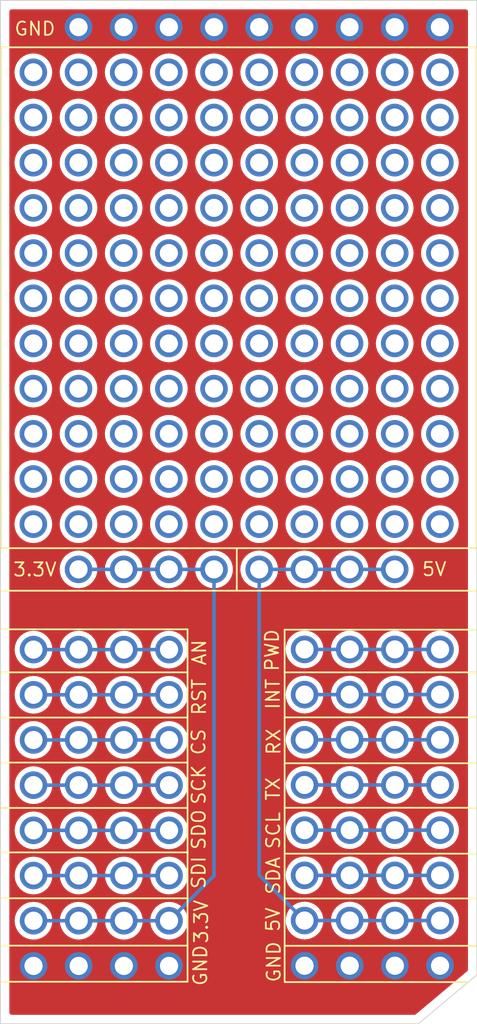
<source format=kicad_pcb>
(kicad_pcb (version 20240108) (generator "pcbnew") (generator_version "8.0")
  (layers (0 "F.Cu" signal) (31 "B.Cu" signal) (34 "B.Paste" user) (35 "F.Paste" user) (36 "B.SilkS" user "B.Silkscreen") (37 "F.SilkS" user "F.Silkscreen") (38 "B.Mask" user) (39 "F.Mask" user) (44 "Edge.Cuts" user))
  (net 0 "")
  (net 1 "GND")
  (net 2 "3V3")
  (net 3 "5V")
  (net 4 "PWD")
  (net 5 "INT")
  (net 6 "RX")
  (net 7 "TX")
  (net 8 "SCL")
  (net 9 "SDA")
  (net 10 "MOSI")
  (net 11 "MISO")
  (net 12 "SCK")
  (net 13 "CS")
  (net 14 "RST")
  (net 15 "AN")
  (gr_line (start 158.41 103.98) (end 147.93 103.98) (stroke (width 0.1)) (layer "F.SilkS"))
  (gr_line (start 147.925 91.66) (end 158.415 91.66) (stroke (width 0.1)) (layer "F.SilkS"))
  (gr_line (start 163.895 99.3) (end 174.65 99.3) (stroke (width 0.1)) (layer "F.SilkS"))
  (gr_line (start 163.87 84.19) (end 163.87 103.950003) (stroke (width 0.1)) (layer "F.SilkS"))
  (gr_line (start 147.915 89.13) (end 158.405 89.13) (stroke (width 0.1)) (layer "F.SilkS"))
  (gr_rect (start 147.92 51.455) (end 174.65 79.61) (stroke (width 0.1)) (fill none) (layer "F.SilkS"))
  (gr_line (start 161.18 82) (end 161.18 79.61) (stroke (width 0.1)) (layer "F.SilkS"))
  (gr_line (start 163.89 89.12) (end 174.640005 89.12) (stroke (width 0.1)) (layer "F.SilkS"))
  (gr_line (start 147.92 82) (end 174.65 82) (stroke (width 0.1)) (layer "F.SilkS"))
  (gr_line (start 174.16 104) (end 163.879995 104) (stroke (width 0.1)) (layer "F.SilkS"))
  (gr_line (start 147.92 84.17) (end 158.41 84.17) (stroke (width 0.1)) (layer "F.SilkS"))
  (gr_line (start 163.87 84.19) (end 174.660022 84.19) (stroke (width 0.1)) (layer "F.SilkS"))
  (gr_line (start 163.9 91.7) (end 174.65 91.7) (stroke (width 0.1)) (layer "F.SilkS"))
  (gr_line (start 163.895 101.96) (end 174.64 101.96) (stroke (width 0.1)) (layer "F.SilkS"))
  (gr_line (start 163.91 96.78) (end 174.64 96.78) (stroke (width 0.1)) (layer "F.SilkS"))
  (gr_line (start 163.89 94.2) (end 174.64 94.2) (stroke (width 0.1)) (layer "F.SilkS"))
  (gr_line (start 147.925 94.21) (end 158.415 94.21) (stroke (width 0.1)) (layer "F.SilkS"))
  (gr_line (start 147.925 101.95) (end 158.415 101.95) (stroke (width 0.1)) (layer "F.SilkS"))
  (gr_line (start 147.925 86.59) (end 158.415 86.59) (stroke (width 0.1)) (layer "F.SilkS"))
  (gr_line (start 147.935 96.71) (end 158.425 96.71) (stroke (width 0.1)) (layer "F.SilkS"))
  (gr_line (start 158.41 84.17) (end 158.41 103.980003) (stroke (width 0.1)) (layer "F.SilkS"))
  (gr_line (start 147.935 99.29) (end 158.425 99.29) (stroke (width 0.1)) (layer "F.SilkS"))
  (gr_line (start 163.89 86.59) (end 174.65 86.59) (stroke (width 0.1)) (layer "F.SilkS"))
  (gr_line (start 171.4 106.340043) (end 147.89 106.34) (stroke (width 0.05)) (layer "Edge.Cuts"))
  (gr_line (start 147.89 106.34) (end 147.89 48.82) (stroke (width 0.05)) (layer "Edge.Cuts"))
  (gr_line (start 174.679998 103.590008) (end 171.4 106.340043) (stroke (width 0.05)) (layer "Edge.Cuts"))
  (gr_line (start 147.89 48.82) (end 174.68 48.82) (stroke (width 0.05)) (layer "Edge.Cuts"))
  (gr_line (start 174.68 48.82) (end 174.679998 103.590008) (stroke (width 0.05)) (layer "Edge.Cuts"))
  (gr_text "SDI" (at 159.48 98.82 90) (layer "F.SilkS") (effects (font (size 0.75 0.75) (thickness 0.1) (bold yes)) (justify left bottom)))
  (gr_text "SCL" (at 163.67 96.58 90) (layer "F.SilkS") (effects (font (size 0.75 0.75) (thickness 0.1) (bold yes)) (justify left bottom)))
  (gr_text "TX" (at 163.66 93.85 90) (layer "F.SilkS") (effects (font (size 0.75 0.75) (thickness 0.1) (bold yes)) (justify left bottom)))
  (gr_text "SCK" (at 159.48 94.08 90) (layer "F.SilkS") (effects (font (size 0.75 0.75) (thickness 0.1) (bold yes)) (justify left bottom)))
  (gr_text "PWD" (at 163.6 86.59 90) (layer "F.SilkS") (effects (font (size 0.75 0.75) (thickness 0.1) (bold yes)) (justify left bottom)))
  (gr_text "3.3V" (at 159.62 101.88 90) (layer "F.SilkS") (effects (font (size 0.75 0.75) (thickness 0.1) (bold yes)) (justify left bottom)))
  (gr_text "3.3V" (at 148.55 81.25 0) (layer "F.SilkS") (effects (font (size 0.75 0.75) (thickness 0.1) (bold yes)) (justify left bottom)))
  (gr_text "INT" (at 163.65 88.73 90) (layer "F.SilkS") (effects (font (size 0.75 0.75) (thickness 0.1) (bold yes)) (justify left bottom)))
  (gr_text "GND" (at 148.62 50.85 0) (layer "F.SilkS") (effects (font (size 0.75 0.75) (thickness 0.1) (bold yes)) (justify left bottom)))
  (gr_text "5V" (at 163.66 101.23 90) (layer "F.SilkS") (effects (font (size 0.75 0.75) (thickness 0.1) (bold yes)) (justify left bottom)))
  (gr_text "RST" (at 159.5 89.06 90) (layer "F.SilkS") (effects (font (size 0.75 0.75) (thickness 0.1) (bold yes)) (justify left bottom)))
  (gr_text "SDO" (at 159.48 96.62 90) (layer "F.SilkS") (effects (font (size 0.75 0.75) (thickness 0.1) (bold yes)) (justify left bottom)))
  (gr_text "GND" (at 159.57 104.27 90) (layer "F.SilkS") (effects (font (size 0.75 0.75) (thickness 0.1) (bold yes)) (justify left bottom)))
  (gr_text "CS" (at 159.47 91.3 90) (layer "F.SilkS") (effects (font (size 0.75 0.75) (thickness 0.1) (bold yes)) (justify left bottom)))
  (gr_text "RX" (at 163.69 91.29 90) (layer "F.SilkS") (effects (font (size 0.75 0.75) (thickness 0.1) (bold yes)) (justify left bottom)))
  (gr_text "SDA" (at 163.67 99.14 90) (layer "F.SilkS") (effects (font (size 0.75 0.75) (thickness 0.1) (bold yes)) (justify left bottom)))
  (gr_text "GND" (at 163.7 104.07 90) (layer "F.SilkS") (effects (font (size 0.75 0.75) (thickness 0.1) (bold yes)) (justify left bottom)))
  (gr_text "AN" (at 159.51 86.25 90) (layer "F.SilkS") (effects (font (size 0.75 0.75) (thickness 0.1) (bold yes)) (justify left bottom)))
  (gr_text "5V" (at 171.54 81.23 0) (layer "F.SilkS") (effects (font (size 0.75 0.75) (thickness 0.1) (bold yes)) (justify left bottom)))
  (via (at 170.06 73.18) (size 1.55) (drill 1.02) (layers "F.Cu" "B.Cu") (net 0))
  (via (at 152.28 63.02) (size 1.55) (drill 1.02) (layers "F.Cu" "B.Cu") (net 0))
  (via (at 159.9 63.02) (size 1.55) (drill 1.02) (layers "F.Cu" "B.Cu") (net 0))
  (via (at 149.74 68.1) (size 1.55) (drill 1.02) (layers "F.Cu" "B.Cu") (net 0))
  (via (at 159.9 70.64) (size 1.55) (drill 1.02) (layers "F.Cu" "B.Cu") (net 0))
  (via (at 164.98 70.64) (size 1.55) (drill 1.02) (layers "F.Cu" "B.Cu") (net 0))
  (via (at 149.74 52.86) (size 1.55) (drill 1.02) (layers "F.Cu" "B.Cu") (net 0))
  (via (at 149.74 70.64) (size 1.55) (drill 1.02) (layers "F.Cu" "B.Cu") (net 0))
  (via (at 162.44 52.86) (size 1.55) (drill 1.02) (layers "F.Cu" "B.Cu") (net 0))
  (via (at 149.74 63.02) (size 1.55) (drill 1.02) (layers "F.Cu" "B.Cu") (net 0))
  (via (at 154.82 63.02) (size 1.55) (drill 1.02) (layers "F.Cu" "B.Cu") (net 0))
  (via (at 162.44 60.48) (size 1.55) (drill 1.02) (layers "F.Cu" "B.Cu") (net 0))
  (via (at 172.6 52.86) (size 1.55) (drill 1.02) (layers "F.Cu" "B.Cu") (net 0))
  (via (at 162.44 75.72) (size 1.55) (drill 1.02) (layers "F.Cu" "B.Cu") (net 0))
  (via (at 170.06 70.64) (size 1.55) (drill 1.02) (layers "F.Cu" "B.Cu") (net 0))
  (via (at 154.82 70.64) (size 1.55) (drill 1.02) (layers "F.Cu" "B.Cu") (net 0))
  (via (at 170.06 55.4) (size 1.55) (drill 1.02) (layers "F.Cu" "B.Cu") (net 0))
  (via (at 170.06 68.1) (size 1.55) (drill 1.02) (layers "F.Cu" "B.Cu") (net 0))
  (via (at 172.6 63.02) (size 1.55) (drill 1.02) (layers "F.Cu" "B.Cu") (net 0))
  (via (at 167.52 52.86) (size 1.55) (drill 1.02) (layers "F.Cu" "B.Cu") (net 0))
  (via (at 170.06 63.02) (size 1.55) (drill 1.02) (layers "F.Cu" "B.Cu") (net 0))
  (via (at 162.44 55.4) (size 1.55) (drill 1.02) (layers "F.Cu" "B.Cu") (net 0))
  (via (at 159.9 68.1) (size 1.55) (drill 1.02) (layers "F.Cu" "B.Cu") (net 0))
  (via (at 152.28 70.64) (size 1.55) (drill 1.02) (layers "F.Cu" "B.Cu") (net 0))
  (via (at 170.06 65.56) (size 1.55) (drill 1.02) (layers "F.Cu" "B.Cu") (net 0))
  (via (at 157.36 75.72) (size 1.55) (drill 1.02) (layers "F.Cu" "B.Cu") (net 0))
  (via (at 164.98 55.4) (size 1.55) (drill 1.02) (layers "F.Cu" "B.Cu") (net 0))
  (via (at 154.82 73.18) (size 1.55) (drill 1.02) (layers "F.Cu" "B.Cu") (net 0))
  (via (at 157.36 63.02) (size 1.55) (drill 1.02) (layers "F.Cu" "B.Cu") (net 0))
  (via (at 170.06 60.48) (size 1.55) (drill 1.02) (layers "F.Cu" "B.Cu") (net 0))
  (via (at 162.44 57.94) (size 1.55) (drill 1.02) (layers "F.Cu" "B.Cu") (net 0))
  (via (at 157.36 55.4) (size 1.55) (drill 1.02) (layers "F.Cu" "B.Cu") (net 0))
  (via (at 167.52 70.64) (size 1.55) (drill 1.02) (layers "F.Cu" "B.Cu") (net 0))
  (via (at 162.44 65.56) (size 1.55) (drill 1.02) (layers "F.Cu" "B.Cu") (net 0))
  (via (at 152.28 75.72) (size 1.55) (drill 1.02) (layers "F.Cu" "B.Cu") (net 0))
  (via (at 152.28 73.18) (size 1.55) (drill 1.02) (layers "F.Cu" "B.Cu") (net 0))
  (via (at 162.44 78.26) (size 1.55) (drill 1.02) (layers "F.Cu" "B.Cu") (net 0))
  (via (at 154.82 60.48) (size 1.55) (drill 1.02) (layers "F.Cu" "B.Cu") (net 0))
  (via (at 152.28 78.26) (size 1.55) (drill 1.02) (layers "F.Cu" "B.Cu") (net 0))
  (via (at 170.06 57.94) (size 1.55) (drill 1.02) (layers "F.Cu" "B.Cu") (net 0))
  (via (at 164.98 63.02) (size 1.55) (drill 1.02) (layers "F.Cu" "B.Cu") (net 0))
  (via (at 172.6 68.1) (size 1.55) (drill 1.02) (layers "F.Cu" "B.Cu") (net 0))
  (via (at 152.28 55.4) (size 1.55) (drill 1.02) (layers "F.Cu" "B.Cu") (net 0))
  (via (at 172.6 60.48) (size 1.55) (drill 1.02) (layers "F.Cu" "B.Cu") (net 0))
  (via (at 157.36 68.1) (size 1.55) (drill 1.02) (layers "F.Cu" "B.Cu") (net 0))
  (via (at 162.44 70.64) (size 1.55) (drill 1.02) (layers "F.Cu" "B.Cu") (net 0))
  (via (at 159.9 60.48) (size 1.55) (drill 1.02) (layers "F.Cu" "B.Cu") (net 0))
  (via (at 159.9 75.72) (size 1.55) (drill 1.02) (layers "F.Cu" "B.Cu") (net 0))
  (via (at 154.82 68.1) (size 1.55) (drill 1.02) (layers "F.Cu" "B.Cu") (net 0))
  (via (at 170.06 52.86) (size 1.55) (drill 1.02) (layers "F.Cu" "B.Cu") (net 0))
  (via (at 172.6 57.94) (size 1.55) (drill 1.02) (layers "F.Cu" "B.Cu") (net 0))
  (via (at 159.9 55.4) (size 1.55) (drill 1.02) (layers "F.Cu" "B.Cu") (net 0))
  (via (at 167.52 75.72) (size 1.55) (drill 1.02) (layers "F.Cu" "B.Cu") (net 0))
  (via (at 152.28 52.86) (size 1.55) (drill 1.02) (layers "F.Cu" "B.Cu") (net 0))
  (via (at 154.82 52.86) (size 1.55) (drill 1.02) (layers "F.Cu" "B.Cu") (net 0))
  (via (at 157.36 60.48) (size 1.55) (drill 1.02) (layers "F.Cu" "B.Cu") (net 0))
  (via (at 157.36 65.56) (size 1.55) (drill 1.02) (layers "F.Cu" "B.Cu") (net 0))
  (via (at 164.98 57.94) (size 1.55) (drill 1.02) (layers "F.Cu" "B.Cu") (net 0))
  (via (at 167.52 63.02) (size 1.55) (drill 1.02) (layers "F.Cu" "B.Cu") (net 0))
  (via (at 159.9 73.18) (size 1.55) (drill 1.02) (layers "F.Cu" "B.Cu") (net 0))
  (via (at 149.74 55.4) (size 1.55) (drill 1.02) (layers "F.Cu" "B.Cu") (net 0))
  (via (at 154.82 78.26) (size 1.55) (drill 1.02) (layers "F.Cu" "B.Cu") (net 0))
  (via (at 164.98 68.1) (size 1.55) (drill 1.02) (layers "F.Cu" "B.Cu") (net 0))
  (via (at 167.52 68.1) (size 1.55) (drill 1.02) (layers "F.Cu" "B.Cu") (net 0))
  (via (at 162.44 63.02) (size 1.55) (drill 1.02) (layers "F.Cu" "B.Cu") (net 0))
  (via (at 157.36 70.64) (size 1.55) (drill 1.02) (layers "F.Cu" "B.Cu") (net 0))
  (via (at 154.82 75.72) (size 1.55) (drill 1.02) (layers "F.Cu" "B.Cu") (net 0))
  (via (at 152.28 68.1) (size 1.55) (drill 1.02) (layers "F.Cu" "B.Cu") (net 0))
  (via (at 162.44 73.18) (size 1.55) (drill 1.02) (layers "F.Cu" "B.Cu") (net 0))
  (via (at 172.6 55.4) (size 1.55) (drill 1.02) (layers "F.Cu" "B.Cu") (net 0))
  (via (at 157.36 73.18) (size 1.55) (drill 1.02) (layers "F.Cu" "B.Cu") (net 0))
  (via (at 159.9 57.94) (size 1.55) (drill 1.02) (layers "F.Cu" "B.Cu") (net 0))
  (via (at 157.36 52.86) (size 1.55) (drill 1.02) (layers "F.Cu" "B.Cu") (net 0))
  (via (at 157.36 57.94) (size 1.55) (drill 1.02) (layers "F.Cu" "B.Cu") (net 0))
  (via (at 154.82 65.56) (size 1.55) (drill 1.02) (layers "F.Cu" "B.Cu") (net 0))
  (via (at 172.6 65.56) (size 1.55) (drill 1.02) (layers "F.Cu" "B.Cu") (net 0))
  (via (at 172.6 75.72) (size 1.55) (drill 1.02) (layers "F.Cu" "B.Cu") (net 0))
  (via (at 167.52 57.94) (size 1.55) (drill 1.02) (layers "F.Cu" "B.Cu") (net 0))
  (via (at 159.9 52.86) (size 1.55) (drill 1.02) (layers "F.Cu" "B.Cu") (net 0))
  (via (at 154.82 57.94) (size 1.55) (drill 1.02) (layers "F.Cu" "B.Cu") (net 0))
  (via (at 164.98 73.18) (size 1.55) (drill 1.02) (layers "F.Cu" "B.Cu") (net 0))
  (via (at 149.74 78.26) (size 1.55) (drill 1.02) (layers "F.Cu" "B.Cu") (net 0))
  (via (at 149.74 73.18) (size 1.55) (drill 1.02) (layers "F.Cu" "B.Cu") (net 0))
  (via (at 164.98 65.56) (size 1.55) (drill 1.02) (layers "F.Cu" "B.Cu") (net 0))
  (via (at 164.98 75.72) (size 1.55) (drill 1.02) (layers "F.Cu" "B.Cu") (net 0))
  (via (at 152.28 65.56) (size 1.55) (drill 1.02) (layers "F.Cu" "B.Cu") (net 0))
  (via (at 167.52 65.56) (size 1.55) (drill 1.02) (layers "F.Cu" "B.Cu") (net 0))
  (via (at 149.74 65.56) (size 1.55) (drill 1.02) (layers "F.Cu" "B.Cu") (net 0))
  (via (at 152.28 60.48) (size 1.55) (drill 1.02) (layers "F.Cu" "B.Cu") (net 0))
  (via (at 157.36 78.26) (size 1.55) (drill 1.02) (layers "F.Cu" "B.Cu") (net 0))
  (via (at 167.52 55.4) (size 1.55) (drill 1.02) (layers "F.Cu" "B.Cu") (net 0))
  (via (at 159.9 65.56) (size 1.55) (drill 1.02) (layers "F.Cu" "B.Cu") (net 0))
  (via (at 167.52 78.26) (size 1.55) (drill 1.02) (layers "F.Cu" "B.Cu") (net 0))
  (via (at 167.52 73.18) (size 1.55) (drill 1.02) (layers "F.Cu" "B.Cu") (net 0))
  (via (at 167.52 60.48) (size 1.55) (drill 1.02) (layers "F.Cu" "B.Cu") (net 0))
  (via (at 149.74 75.72) (size 1.55) (drill 1.02) (layers "F.Cu" "B.Cu") (net 0))
  (via (at 164.98 60.48) (size 1.55) (drill 1.02) (layers "F.Cu" "B.Cu") (net 0))
  (via (at 159.9 78.26) (size 1.55) (drill 1.02) (layers "F.Cu" "B.Cu") (net 0))
  (via (at 164.98 52.86) (size 1.55) (drill 1.02) (layers "F.Cu" "B.Cu") (net 0))
  (via (at 149.74 57.94) (size 1.55) (drill 1.02) (layers "F.Cu" "B.Cu") (net 0))
  (via (at 152.28 57.94) (size 1.55) (drill 1.02) (layers "F.Cu" "B.Cu") (net 0))
  (via (at 172.6 78.26) (size 1.55) (drill 1.02) (layers "F.Cu" "B.Cu") (net 0))
  (via (at 172.6 70.64) (size 1.55) (drill 1.02) (layers "F.Cu" "B.Cu") (net 0))
  (via (at 172.6 73.18) (size 1.55) (drill 1.02) (layers "F.Cu" "B.Cu") (net 0))
  (via (at 170.06 75.72) (size 1.55) (drill 1.02) (layers "F.Cu" "B.Cu") (net 0))
  (via (at 170.06 78.26) (size 1.55) (drill 1.02) (layers "F.Cu" "B.Cu") (net 0))
  (via (at 154.82 55.4) (size 1.55) (drill 1.02) (layers "F.Cu" "B.Cu") (net 0))
  (via (at 162.44 68.1) (size 1.55) (drill 1.02) (layers "F.Cu" "B.Cu") (net 0))
  (via (at 164.98 78.26) (size 1.55) (drill 1.02) (layers "F.Cu" "B.Cu") (net 0))
  (via (at 149.74 60.48) (size 1.55) (drill 1.02) (layers "F.Cu" "B.Cu") (net 0))
  (segment (start 164.98 103.09) (end 164.99 103.08) (width 0.2) (layer "F.Cu") (net 1))
  (via (at 164.98 50.32) (size 1.55) (drill 1.02) (layers "F.Cu" "B.Cu") (net 1))
  (via (at 162.44 50.32) (size 1.55) (drill 1.02) (layers "F.Cu" "B.Cu") (net 1))
  (via (at 152.28 50.32) (size 1.55) (drill 1.02) (layers "F.Cu" "B.Cu") (net 1))
  (via (at 167.53 103.08) (size 1.55) (drill 1.02) (layers "F.Cu" "B.Cu") (net 1))
  (via (at 172.6 50.32) (size 1.55) (drill 1.02) (layers "F.Cu" "B.Cu") (net 1))
  (via (at 159.9 50.32) (size 1.55) (drill 1.02) (layers "F.Cu" "B.Cu") (net 1))
  (via (at 157.36 50.32) (size 1.55) (drill 1.02) (layers "F.Cu" "B.Cu") (net 1))
  (via (at 164.99 103.08) (size 1.55) (drill 1.02) (layers "F.Cu" "B.Cu") (net 1))
  (via (at 154.83 103.09) (size 1.55) (drill 1.02) (layers "F.Cu" "B.Cu") (net 1))
  (via (at 170.06 50.32) (size 1.55) (drill 1.02) (layers "F.Cu" "B.Cu") (net 1))
  (via (at 154.82 50.32) (size 1.55) (drill 1.02) (layers "F.Cu" "B.Cu") (net 1))
  (via (at 149.75 103.09) (size 1.55) (drill 1.02) (layers "F.Cu" "B.Cu") (net 1))
  (via (at 152.29 103.09) (size 1.55) (drill 1.02) (layers "F.Cu" "B.Cu") (net 1))
  (via (at 172.61 103.08) (size 1.55) (drill 1.02) (layers "F.Cu" "B.Cu") (net 1))
  (via (at 157.37 103.09) (size 1.55) (drill 1.02) (layers "F.Cu" "B.Cu") (net 1))
  (via (at 170.07 103.08) (size 1.55) (drill 1.02) (layers "F.Cu" "B.Cu") (net 1))
  (via (at 167.52 50.32) (size 1.55) (drill 1.02) (layers "F.Cu" "B.Cu") (net 1))
  (segment (start 164.75 103.08) (end 164.99 103.08) (width 0.2) (layer "B.Cu") (net 1))
  (segment (start 164.87 103.08) (end 164.99 103.08) (width 0.2) (layer "B.Cu") (net 1))
  (via (at 159.9 80.8) (size 1.55) (drill 1.02) (layers "F.Cu" "B.Cu") (net 2))
  (via (at 154.82 80.8) (size 1.55) (drill 1.02) (layers "F.Cu" "B.Cu") (net 2))
  (via (at 157.37 100.55) (size 1.55) (drill 1.02) (layers "F.Cu" "B.Cu") (net 2))
  (via (at 157.36 80.8) (size 1.55) (drill 1.02) (layers "F.Cu" "B.Cu") (net 2))
  (via (at 152.28 80.8) (size 1.55) (drill 1.02) (layers "F.Cu" "B.Cu") (net 2))
  (via (at 152.29 100.55) (size 1.55) (drill 1.02) (layers "F.Cu" "B.Cu") (net 2))
  (via (at 154.83 100.55) (size 1.55) (drill 1.02) (layers "F.Cu" "B.Cu") (net 2))
  (via (at 149.75 100.55) (size 1.55) (drill 1.02) (layers "F.Cu" "B.Cu") (net 2))
  (segment (start 159.9 98.02) (end 157.37 100.55) (width 0.2) (layer "B.Cu") (net 2))
  (segment (start 154.82 80.8) (end 157.36 80.8) (width 0.2) (layer "B.Cu") (net 2))
  (segment (start 157.37 100.55) (end 154.83 100.55) (width 0.2) (layer "B.Cu") (net 2))
  (segment (start 152.29 100.55) (end 149.75 100.55) (width 0.2) (layer "B.Cu") (net 2))
  (segment (start 154.83 100.55) (end 152.29 100.55) (width 0.2) (layer "B.Cu") (net 2))
  (segment (start 152.28 80.8) (end 154.82 80.8) (width 0.2) (layer "B.Cu") (net 2))
  (segment (start 157.36 80.8) (end 159.9 80.8) (width 0.2) (layer "B.Cu") (net 2))
  (segment (start 159.9 80.8) (end 159.9 98.02) (width 0.2) (layer "B.Cu") (net 2))
  (segment (start 172.61 100.54) (end 172.59 100.54) (width 0.2) (layer "F.Cu") (net 3))
  (segment (start 172.59 100.54) (end 172.57 100.52) (width 0.2) (layer "F.Cu") (net 3))
  (segment (start 172.57 100.52) (end 172.55 100.54) (width 0.2) (layer "F.Cu") (net 3))
  (via (at 170.06 80.8) (size 1.55) (drill 1.02) (layers "F.Cu" "B.Cu") (net 3))
  (via (at 164.98 80.8) (size 1.55) (drill 1.02) (layers "F.Cu" "B.Cu") (net 3))
  (via (at 167.53 100.54) (size 1.55) (drill 1.02) (layers "F.Cu" "B.Cu") (net 3))
  (via (at 167.52 80.8) (size 1.55) (drill 1.02) (layers "F.Cu" "B.Cu") (net 3))
  (via (at 164.99 100.54) (size 1.55) (drill 1.02) (layers "F.Cu" "B.Cu") (net 3))
  (via (at 162.44 80.8) (size 1.55) (drill 1.02) (layers "F.Cu" "B.Cu") (net 3))
  (via (at 170.07 100.54) (size 1.55) (drill 1.02) (layers "F.Cu" "B.Cu") (net 3))
  (via (at 172.61 100.54) (size 1.55) (drill 1.02) (layers "F.Cu" "B.Cu") (net 3))
  (segment (start 162.44 80.8) (end 164.98 80.8) (width 0.2) (layer "B.Cu") (net 3))
  (segment (start 167.53 100.54) (end 170.07 100.54) (width 0.2) (layer "B.Cu") (net 3))
  (segment (start 170.07 100.54) (end 172.61 100.54) (width 0.2) (layer "B.Cu") (net 3))
  (segment (start 164.99 100.54) (end 167.53 100.54) (width 0.2) (layer "B.Cu") (net 3))
  (segment (start 167.52 80.8) (end 170.06 80.8) (width 0.2) (layer "B.Cu") (net 3))
  (segment (start 162.44 97.99) (end 164.99 100.54) (width 0.2) (layer "B.Cu") (net 3))
  (segment (start 164.98 80.8) (end 167.52 80.8) (width 0.2) (layer "B.Cu") (net 3))
  (segment (start 162.44 80.8) (end 162.44 97.99) (width 0.2) (layer "B.Cu") (net 3))
  (via (at 167.53 85.3) (size 1.55) (drill 1.02) (layers "F.Cu" "B.Cu") (net 4))
  (via (at 164.99 85.3) (size 1.55) (drill 1.02) (layers "F.Cu" "B.Cu") (net 4))
  (via (at 172.61 85.3) (size 1.55) (drill 1.02) (layers "F.Cu" "B.Cu") (net 4))
  (via (at 170.07 85.3) (size 1.55) (drill 1.02) (layers "F.Cu" "B.Cu") (net 4))
  (segment (start 167.53 85.3) (end 170.07 85.3) (width 0.2) (layer "B.Cu") (net 4))
  (segment (start 164.99 85.3) (end 167.53 85.3) (width 0.2) (layer "B.Cu") (net 4))
  (segment (start 170.07 85.3) (end 172.61 85.3) (width 0.2) (layer "B.Cu") (net 4))
  (via (at 164.99 87.84) (size 1.55) (drill 1.02) (layers "F.Cu" "B.Cu") (net 5))
  (via (at 172.61 87.84) (size 1.55) (drill 1.02) (layers "F.Cu" "B.Cu") (net 5))
  (via (at 170.07 87.84) (size 1.55) (drill 1.02) (layers "F.Cu" "B.Cu") (net 5))
  (via (at 167.53 87.84) (size 1.55) (drill 1.02) (layers "F.Cu" "B.Cu") (net 5))
  (segment (start 164.99 87.84) (end 167.53 87.84) (width 0.2) (layer "B.Cu") (net 5))
  (segment (start 167.53 87.84) (end 170.07 87.84) (width 0.2) (layer "B.Cu") (net 5))
  (segment (start 170.07 87.84) (end 172.61 87.84) (width 0.2) (layer "B.Cu") (net 5))
  (via (at 170.07 90.38) (size 1.55) (drill 1.02) (layers "F.Cu" "B.Cu") (net 6))
  (via (at 167.53 90.38) (size 1.55) (drill 1.02) (layers "F.Cu" "B.Cu") (net 6))
  (via (at 172.61 90.38) (size 1.55) (drill 1.02) (layers "F.Cu" "B.Cu") (net 6))
  (via (at 164.99 90.38) (size 1.55) (drill 1.02) (layers "F.Cu" "B.Cu") (net 6))
  (segment (start 167.53 90.38) (end 170.07 90.38) (width 0.2) (layer "B.Cu") (net 6))
  (segment (start 164.99 90.38) (end 167.53 90.38) (width 0.2) (layer "B.Cu") (net 6))
  (segment (start 170.07 90.38) (end 172.61 90.38) (width 0.2) (layer "B.Cu") (net 6))
  (via (at 170.07 92.92) (size 1.55) (drill 1.02) (layers "F.Cu" "B.Cu") (net 7))
  (via (at 167.53 92.92) (size 1.55) (drill 1.02) (layers "F.Cu" "B.Cu") (net 7))
  (via (at 172.61 92.92) (size 1.55) (drill 1.02) (layers "F.Cu" "B.Cu") (net 7))
  (via (at 164.99 92.92) (size 1.55) (drill 1.02) (layers "F.Cu" "B.Cu") (net 7))
  (segment (start 172.61 92.92) (end 170.07 92.92) (width 0.2) (layer "B.Cu") (net 7))
  (segment (start 167.53 92.92) (end 164.99 92.92) (width 0.2) (layer "B.Cu") (net 7))
  (segment (start 170.07 92.92) (end 167.53 92.92) (width 0.2) (layer "B.Cu") (net 7))
  (via (at 172.61 95.46) (size 1.55) (drill 1.02) (layers "F.Cu" "B.Cu") (net 8))
  (via (at 164.99 95.46) (size 1.55) (drill 1.02) (layers "F.Cu" "B.Cu") (net 8))
  (via (at 170.07 95.46) (size 1.55) (drill 1.02) (layers "F.Cu" "B.Cu") (net 8))
  (via (at 167.53 95.46) (size 1.55) (drill 1.02) (layers "F.Cu" "B.Cu") (net 8))
  (segment (start 164.99 95.46) (end 167.53 95.46) (width 0.2) (layer "B.Cu") (net 8))
  (segment (start 172.61 95.46) (end 170.07 95.46) (width 0.2) (layer "B.Cu") (net 8))
  (segment (start 167.53 95.46) (end 170.07 95.46) (width 0.2) (layer "B.Cu") (net 8))
  (segment (start 167.57 98.04) (end 167.53 98) (width 0.2) (layer "F.Cu") (net 9))
  (segment (start 170.07 98) (end 170.07 98.03) (width 0.2) (layer "F.Cu") (net 9))
  (segment (start 170.07 98.03) (end 170.08 98.04) (width 0.2) (layer "F.Cu") (net 9))
  (via (at 167.53 98) (size 1.55) (drill 1.02) (layers "F.Cu" "B.Cu") (net 9))
  (via (at 172.61 98) (size 1.55) (drill 1.02) (layers "F.Cu" "B.Cu") (net 9))
  (via (at 170.07 98) (size 1.55) (drill 1.02) (layers "F.Cu" "B.Cu") (net 9))
  (via (at 164.99 98) (size 1.55) (drill 1.02) (layers "F.Cu" "B.Cu") (net 9))
  (segment (start 167.53 98) (end 164.99 98) (width 0.2) (layer "B.Cu") (net 9))
  (segment (start 172.61 98) (end 170.07 98) (width 0.2) (layer "B.Cu") (net 9))
  (segment (start 170.07 98) (end 167.53 98) (width 0.2) (layer "B.Cu") (net 9))
  (via (at 149.75 98.01) (size 1.55) (drill 1.02) (layers "F.Cu" "B.Cu") (net 10))
  (via (at 157.37 98.01) (size 1.55) (drill 1.02) (layers "F.Cu" "B.Cu") (net 10))
  (via (at 152.29 98.01) (size 1.55) (drill 1.02) (layers "F.Cu" "B.Cu") (net 10))
  (via (at 154.83 98.01) (size 1.55) (drill 1.02) (layers "F.Cu" "B.Cu") (net 10))
  (segment (start 152.29 98.01) (end 154.83 98.01) (width 0.2) (layer "B.Cu") (net 10))
  (segment (start 154.83 98.01) (end 157.37 98.01) (width 0.2) (layer "B.Cu") (net 10))
  (segment (start 149.75 98.01) (end 152.29 98.01) (width 0.2) (layer "B.Cu") (net 10))
  (via (at 157.37 95.47) (size 1.55) (drill 1.02) (layers "F.Cu" "B.Cu") (net 11))
  (via (at 154.83 95.47) (size 1.55) (drill 1.02) (layers "F.Cu" "B.Cu") (net 11))
  (via (at 152.29 95.47) (size 1.55) (drill 1.02) (layers "F.Cu" "B.Cu") (net 11))
  (via (at 149.75 95.47) (size 1.55) (drill 1.02) (layers "F.Cu" "B.Cu") (net 11))
  (segment (start 152.29 95.47) (end 154.83 95.47) (width 0.2) (layer "B.Cu") (net 11))
  (segment (start 154.83 95.47) (end 157.37 95.47) (width 0.2) (layer "B.Cu") (net 11))
  (segment (start 149.75 95.47) (end 152.29 95.47) (width 0.2) (layer "B.Cu") (net 11))
  (via (at 152.29 92.93) (size 1.55) (drill 1.02) (layers "F.Cu" "B.Cu") (net 12))
  (via (at 157.37 92.93) (size 1.55) (drill 1.02) (layers "F.Cu" "B.Cu") (net 12))
  (via (at 154.83 92.93) (size 1.55) (drill 1.02) (layers "F.Cu" "B.Cu") (net 12))
  (via (at 149.75 92.93) (size 1.55) (drill 1.02) (layers "F.Cu" "B.Cu") (net 12))
  (segment (start 152.29 92.93) (end 154.83 92.93) (width 0.2) (layer "B.Cu") (net 12))
  (segment (start 149.75 92.93) (end 152.29 92.93) (width 0.2) (layer "B.Cu") (net 12))
  (segment (start 157.37 92.93) (end 154.83 92.93) (width 0.2) (layer "B.Cu") (net 12))
  (via (at 154.83 90.39) (size 1.55) (drill 1.02) (layers "F.Cu" "B.Cu") (net 13))
  (via (at 149.75 90.39) (size 1.55) (drill 1.02) (layers "F.Cu" "B.Cu") (net 13))
  (via (at 157.37 90.39) (size 1.55) (drill 1.02) (layers "F.Cu" "B.Cu") (net 13))
  (via (at 152.29 90.39) (size 1.55) (drill 1.02) (layers "F.Cu" "B.Cu") (net 13))
  (segment (start 154.83 90.39) (end 157.37 90.39) (width 0.2) (layer "B.Cu") (net 13))
  (segment (start 149.75 90.39) (end 152.29 90.39) (width 0.2) (layer "B.Cu") (net 13))
  (segment (start 152.29 90.39) (end 154.83 90.39) (width 0.2) (layer "B.Cu") (net 13))
  (via (at 152.29 87.85) (size 1.55) (drill 1.02) (layers "F.Cu" "B.Cu") (net 14))
  (via (at 157.37 87.85) (size 1.55) (drill 1.02) (layers "F.Cu" "B.Cu") (net 14))
  (via (at 154.83 87.85) (size 1.55) (drill 1.02) (layers "F.Cu" "B.Cu") (net 14))
  (via (at 149.75 87.85) (size 1.55) (drill 1.02) (layers "F.Cu" "B.Cu") (net 14))
  (segment (start 152.29 87.85) (end 149.75 87.85) (width 0.2) (layer "B.Cu") (net 14))
  (segment (start 152.29 87.85) (end 154.83 87.85) (width 0.2) (layer "B.Cu") (net 14))
  (segment (start 157.37 87.85) (end 154.83 87.85) (width 0.2) (layer "B.Cu") (net 14))
  (via (at 154.83 85.31) (size 1.55) (drill 1.02) (layers "F.Cu" "B.Cu") (net 15))
  (via (at 152.29 85.31) (size 1.55) (drill 1.02) (layers "F.Cu" "B.Cu") (net 15))
  (via (at 149.75 85.31) (size 1.55) (drill 1.02) (layers "F.Cu" "B.Cu") (net 15))
  (via (at 157.37 85.31) (size 1.55) (drill 1.02) (layers "F.Cu" "B.Cu") (net 15))
  (segment (start 152.29 85.31) (end 154.83 85.31) (width 0.2) (layer "B.Cu") (net 15))
  (segment (start 154.83 85.31) (end 157.37 85.31) (width 0.2) (layer "B.Cu") (net 15))
  (segment (start 149.75 85.31) (end 152.29 85.31) (width 0.2) (layer "B.Cu") (net 15))
  (zone (net 1) (net_name "GND") (layer "F.Cu") (connect_pads (clearance 0.28)) (min_thickness 0.25) (fill yes (thermal_gap 0.5) (thermal_bridge_width 0.5))
    (polygon (pts (xy 147.94 48.9) (xy 174.59 48.93) (xy 174.54 103.51) (xy 171.38 106.11) (xy 147.96 106.1)))
  )
)
</source>
